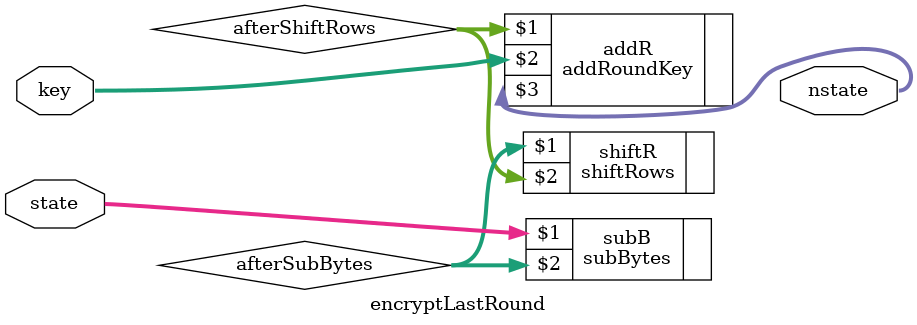
<source format=v>
module encryptLastRound(input [0:127] state, input [0:127] key, output [0:127] nstate);

wire[0:127] afterSubBytes, afterShiftRows;

subBytes subB(state, afterSubBytes);
shiftRows shiftR(afterSubBytes, afterShiftRows);
addRoundKey addR(afterShiftRows, key, nstate);

endmodule

</source>
